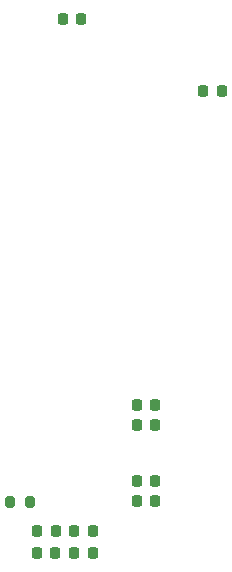
<source format=gbp>
%TF.GenerationSoftware,KiCad,Pcbnew,(6.0.4-0)*%
%TF.CreationDate,2022-04-21T23:00:07-07:00*%
%TF.ProjectId,Labpass RFID Reader,4c616270-6173-4732-9052-464944205265,0.1.0*%
%TF.SameCoordinates,Original*%
%TF.FileFunction,Paste,Bot*%
%TF.FilePolarity,Positive*%
%FSLAX46Y46*%
G04 Gerber Fmt 4.6, Leading zero omitted, Abs format (unit mm)*
G04 Created by KiCad (PCBNEW (6.0.4-0)) date 2022-04-21 23:00:07*
%MOMM*%
%LPD*%
G01*
G04 APERTURE LIST*
G04 Aperture macros list*
%AMRoundRect*
0 Rectangle with rounded corners*
0 $1 Rounding radius*
0 $2 $3 $4 $5 $6 $7 $8 $9 X,Y pos of 4 corners*
0 Add a 4 corners polygon primitive as box body*
4,1,4,$2,$3,$4,$5,$6,$7,$8,$9,$2,$3,0*
0 Add four circle primitives for the rounded corners*
1,1,$1+$1,$2,$3*
1,1,$1+$1,$4,$5*
1,1,$1+$1,$6,$7*
1,1,$1+$1,$8,$9*
0 Add four rect primitives between the rounded corners*
20,1,$1+$1,$2,$3,$4,$5,0*
20,1,$1+$1,$4,$5,$6,$7,0*
20,1,$1+$1,$6,$7,$8,$9,0*
20,1,$1+$1,$8,$9,$2,$3,0*%
G04 Aperture macros list end*
%ADD10RoundRect,0.225000X0.225000X0.250000X-0.225000X0.250000X-0.225000X-0.250000X0.225000X-0.250000X0*%
%ADD11RoundRect,0.200000X-0.200000X-0.275000X0.200000X-0.275000X0.200000X0.275000X-0.200000X0.275000X0*%
%ADD12RoundRect,0.225000X-0.225000X-0.250000X0.225000X-0.250000X0.225000X0.250000X-0.225000X0.250000X0*%
G04 APERTURE END LIST*
D10*
%TO.C,C11*%
X160976169Y-111572169D03*
X159426169Y-111572169D03*
%TD*%
D11*
%TO.C,R12*%
X148691169Y-118114169D03*
X150341169Y-118114169D03*
%TD*%
D12*
%TO.C,C12*%
X159426169Y-109872169D03*
X160976169Y-109872169D03*
%TD*%
%TO.C,C10*%
X159426169Y-116272169D03*
X160976169Y-116272169D03*
%TD*%
D10*
%TO.C,C9*%
X160976169Y-118018169D03*
X159426169Y-118018169D03*
%TD*%
D12*
%TO.C,C13*%
X150944169Y-122372169D03*
X152494169Y-122372169D03*
%TD*%
D10*
%TO.C,C14*%
X152526169Y-120572169D03*
X150976169Y-120572169D03*
%TD*%
%TO.C,C2*%
X166576169Y-83314169D03*
X165026169Y-83314169D03*
%TD*%
%TO.C,C15*%
X155676169Y-122372169D03*
X154126169Y-122372169D03*
%TD*%
D12*
%TO.C,C16*%
X154126169Y-120572169D03*
X155676169Y-120572169D03*
%TD*%
D10*
%TO.C,C1*%
X154676169Y-77172169D03*
X153126169Y-77172169D03*
%TD*%
M02*

</source>
